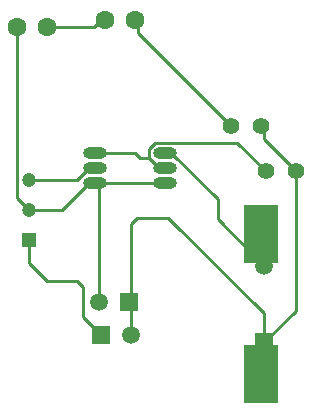
<source format=gtl>
G04*
G04 #@! TF.GenerationSoftware,Altium Limited,Altium Designer,21.8.1 (53)*
G04*
G04 Layer_Physical_Order=1*
G04 Layer_Color=255*
%FSLAX25Y25*%
%MOIN*%
G70*
G04*
G04 #@! TF.SameCoordinates,09E1DB28-DAEE-4E81-ADDD-69EA7BC9691D*
G04*
G04*
G04 #@! TF.FilePolarity,Positive*
G04*
G01*
G75*
%ADD10C,0.01000*%
%ADD25R,0.11811X0.19685*%
%ADD26C,0.05512*%
%ADD27C,0.06299*%
%ADD28O,0.07874X0.03937*%
%ADD29O,0.07874X0.03937*%
%ADD30C,0.05906*%
%ADD31R,0.05906X0.05906*%
%ADD32R,0.05906X0.05906*%
%ADD33C,0.04724*%
%ADD34R,0.04724X0.04724*%
D10*
X366500Y318000D02*
X368500Y320000D01*
X410945Y278406D02*
Y288055D01*
X379000Y320000D02*
X410945Y288055D01*
X368500Y320000D02*
X379000D01*
X366500Y281000D02*
Y292000D01*
Y318000D01*
Y281000D02*
Y291500D01*
X350500Y287000D02*
X356500Y281000D01*
X350500Y287000D02*
Y297000D01*
X332500Y305000D02*
X338500Y299000D01*
X348500D01*
X369014Y381486D02*
X400000Y350500D01*
X369014Y381486D02*
Y384986D01*
X368000Y386000D02*
X369014Y384986D01*
X410756Y346244D02*
Y349744D01*
X410000Y350500D02*
X410756Y349744D01*
Y346244D02*
X421500Y335500D01*
X354500Y341500D02*
X367961D01*
X369492Y339968D01*
X372563D01*
X374595Y344969D02*
X402032D01*
X372563Y342937D02*
X374595Y344969D01*
X372563Y339968D02*
Y342937D01*
Y339968D02*
X376031Y336500D01*
X402032Y344969D02*
X411500Y335500D01*
X376031Y336500D02*
X378000D01*
X379969Y341500D02*
X395443Y326025D01*
Y319498D02*
X410945Y303997D01*
X395443Y319498D02*
Y326025D01*
X354627Y331500D02*
X378000D01*
X354627D02*
X355984Y330143D01*
Y292016D02*
Y330143D01*
Y292016D02*
X356000Y292000D01*
X354500Y331500D02*
X354627D01*
X378000Y341500D02*
X379969D01*
X410945Y278406D02*
X421500Y288961D01*
Y335500D01*
X366000Y292000D02*
X366500Y291500D01*
X348500Y299000D02*
X350500Y297000D01*
X332500Y305000D02*
Y312500D01*
X352532Y336500D02*
X354500D01*
X332500Y332500D02*
X348532D01*
X352532Y336500D01*
X343531Y322500D02*
X352532Y331500D01*
X354500D01*
X332500Y322500D02*
X343531D01*
X328500Y326500D02*
Y383500D01*
Y326500D02*
X332500Y322500D01*
X356566Y386000D02*
X358000D01*
X338500Y383500D02*
X354066D01*
X356566Y386000D01*
D25*
X410000Y314430D02*
D03*
Y267973D02*
D03*
D26*
X411500Y335500D02*
D03*
X421500D02*
D03*
X400000Y350500D02*
D03*
X410000D02*
D03*
D27*
X328500Y383500D02*
D03*
X338500D02*
D03*
X358000Y386000D02*
D03*
X368000D02*
D03*
D28*
X354500Y331500D02*
D03*
X378000D02*
D03*
D29*
X354500Y336500D02*
D03*
Y341500D02*
D03*
X378000Y336500D02*
D03*
Y341500D02*
D03*
D30*
X410945Y303997D02*
D03*
X366500Y281000D02*
D03*
X356000Y292000D02*
D03*
D31*
X410945Y278406D02*
D03*
D32*
X356500Y281000D02*
D03*
X366000Y292000D02*
D03*
D33*
X332500Y332500D02*
D03*
Y322500D02*
D03*
D34*
Y312500D02*
D03*
M02*

</source>
